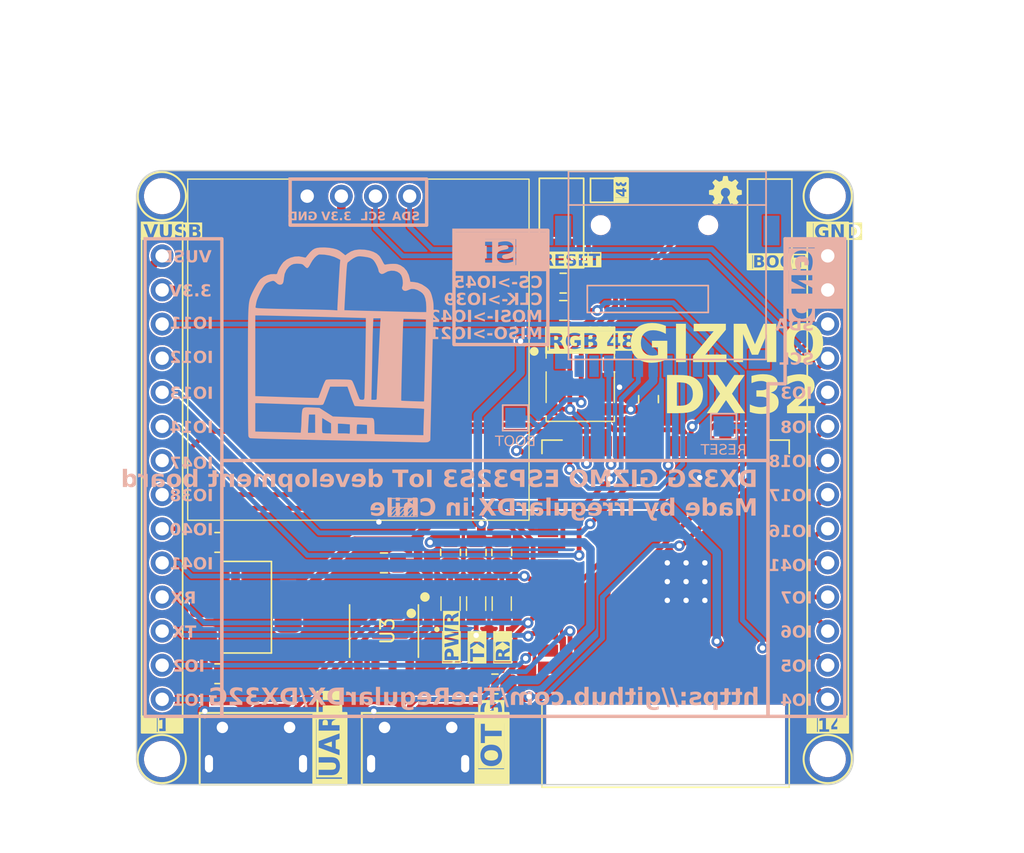
<source format=kicad_pcb>
(kicad_pcb (version 20240108) (generator "pcbnew") (generator_version "8.0")
  (layers (0 "F.Cu" signal) (31 "B.Cu" signal) (34 "B.Paste" user) (35 "F.Paste" user) (36 "B.SilkS" user "B.Silkscreen") (37 "F.SilkS" user "F.Silkscreen") (38 "B.Mask" user) (39 "F.Mask" user) (44 "Edge.Cuts" user))
  (net 0 "")
  (net 1 "GND")
  (net 2 "/RESET")
  (net 3 "+5V")
  (net 4 "+3.3V")
  (net 5 "/RGB_LED")
  (net 6 "Net-(D1-A)")
  (net 7 "Net-(D2-A)")
  (net 8 "Net-(D3-A)")
  (net 9 "Net-(D2-K)")
  (net 10 "/IO_TX")
  (net 13 "/USB_D-")
  (net 14 "/USB_D+")
  (net 18 "/SD_CS")
  (net 19 "/SD_MISO_DO")
  (net 20 "/SD_MOSI_DI")
  (net 22 "/SD_CLK")
  (net 23 "/GPIO3")
  (net 24 "/GPIO5")
  (net 25 "/GPIO4")
  (net 26 "/GPIO18")
  (net 27 "/GPIO8")
  (net 28 "/GPIO6")
  (net 29 "/GPIO7")
  (net 30 "/GPIO17")
  (net 31 "/GPIO16")
  (net 32 "/GPIO15")
  (net 33 "/GPIO47")
  (net 34 "/GPIO14")
  (net 35 "/GPIO11")
  (net 36 "/GPIO38")
  (net 37 "/GPIO12")
  (net 38 "/GPIO13")
  (net 39 "/GPIO1")
  (net 40 "/IO_RX")
  (net 41 "/GPIO2")
  (net 42 "/GPIO41")
  (net 43 "/GPIO40")
  (net 44 "/BOOT")
  (net 45 "/GPIO10_SDA")
  (net 46 "/GPIO9_SCL")
  (net 47 "Net-(J7-D-)")
  (net 49 "Net-(J7-D+)")
  (footprint "Capacitor_SMD:C_0805_2012Metric_Pad1.18x1.45mm_HandSolder" (layer "F.Cu") (at 92.71 112.014 180)
    (property "Reference" "C1" (hide yes))
    (property "Value" "1uF" (hide yes))
  )
  (footprint "TestPoint:TestPoint_Pad_1.5x1.5mm" (layer "F.Cu") (at 95.631 103.0732)
    (property "Reference" "TP3" (hide yes))
    (property "Value" "IO_48" (hide yes))
  )
  (footprint "MountingHole:MountingHole_2.2mm_M2_DIN965" (layer "F.Cu") (at 62.865 145.415)
    (property "Reference" "hole4" (hide yes))
    (property "Value" "MountingHole_2.2mm_M2_DIN965" (hide yes))
  )
  (footprint "Package_SO:SOP-8_3.9x4.9mm_P1.27mm" (layer "F.Cu") (at 79.375 135.89 -90)
    (property "Reference" "U3")
    (property "Value" "CH340N" (hide yes))
  )
  (footprint "MountingHole:MountingHole_2.2mm_M2_DIN965" (layer "F.Cu") (at 112.395 103.505)
    (property "Reference" "hole2" (hide yes))
    (property "Value" "MountingHole_2.2mm_M2_DIN965" (hide yes))
  )
  (footprint "Connector_USB:USB_Micro-B_Molex-105017-0001" (layer "F.Cu") (at 69.85 144.526)
    (property "Reference" "J7" (hide yes))
    (property "Value" "USB_B_Micro" (hide yes))
  )
  (footprint "LED_SMD:LED_0805_2012Metric_Pad1.15x1.40mm_HandSolder" (layer "F.Cu") (at 84.328 133.842 90)
    (property "Reference" "D1" (hide yes))
    (property "Value" "LED" (hide yes))
  )
  (footprint "MountingHole:MountingHole_2.2mm_M2_DIN965" (layer "F.Cu") (at 112.395 145.415)
    (property "Reference" "HOLE" (hide yes))
    (property "Value" "MountingHole_2.2mm_M2_DIN965" (hide yes))
  )
  (footprint "RF_Module:ESP32-S3-WROOM-1" (layer "F.Cu") (at 100.33 134.62 180)
    (property "Reference" "U1" (hide yes))
    (property "Value" "ESP32-S3-WROOM-1" (hide yes))
  )
  (footprint "Resistor_SMD:R_0805_2012Metric_Pad1.20x1.40mm_HandSolder" (layer "F.Cu") (at 88.138 130.032 90)
    (property "Reference" "R2" (hide yes))
    (property "Value" "1k" (hide yes))
  )
  (footprint "LED_SMD:LED_0805_2012Metric_Pad1.15x1.40mm_HandSolder" (layer "F.Cu") (at 86.233 133.842 90)
    (property "Reference" "D3" (hide yes))
    (property "Value" "LED" (hide yes))
  )
  (footprint "Capacitor_SMD:C_0805_2012Metric_Pad1.18x1.45mm_HandSolder" (layer "F.Cu") (at 99.06 118.618 -90)
    (property "Reference" "C4" (hide yes))
    (property "Value" "10uF" (hide yes))
  )
  (footprint "Capacitor_SMD:C_0805_2012Metric_Pad1.18x1.45mm_HandSolder" (layer "F.Cu") (at 79.375 130.81)
    (property "Reference" "C5" (hide yes))
    (property "Value" "10uF" (hide yes))
  )
  (footprint "Resistor_SMD:R_0805_2012Metric_Pad1.20x1.40mm_HandSolder" (layer "F.Cu") (at 92.71 109.982)
    (property "Reference" "R1" (hide yes))
    (property "Value" "10k" (hide yes))
  )
  (footprint "LOGO" (layer "F.Cu") (at 104.775 103.124)
    (property "Reference" "OSH" (hide yes))
    (property "Value" "LOGO" (hide yes))
  )
  (footprint "Button_Switch_SMD:SW_Push_SPST_NO_Alps_SKRK" (layer "F.Cu") (at 92.583 104.97 90)
    (property "Reference" "SW1" (hide yes))
    (property "Value" "reset" (hide yes))
  )
  (footprint "Connector_USB:USB_Micro-B_Molex-105017-0001" (layer "F.Cu") (at 81.915 144.526)
    (property "Reference" "J1" (hide yes))
    (property "Value" "USB_B_Micro" (hide yes))
  )
  (footprint "Custom_Symbols:SSD1306_OLED" (layer "F.Cu") (at 77.47 108.585)
    (property "Reference" "U4" (hide yes))
    (property "Value" "~" (hide yes))
  )
  (footprint "Button_Switch_SMD:SW_Push_SPST_NO_Alps_SKRK" (layer "F.Cu") (at 108.077 105.029 -90)
    (property "Reference" "SW2" (hide yes))
    (property "Value" "boot" (hide yes))
  )
  (footprint "LED_SMD:LED_0805_2012Metric_Pad1.15x1.40mm_HandSolder" (layer "F.Cu") (at 88.138 133.842 90)
    (property "Reference" "D2" (hide yes))
    (property "Value" "LED" (hide yes))
  )
  (footprint "Resistor_SMD:R_0805_2012Metric_Pad1.20x1.40mm_HandSolder" (layer "F.Cu") (at 86.233 130.032 90)
    (property "Reference" "R3" (hide yes))
    (property "Value" "1k" (hide yes))
  )
  (footprint "Package_TO_SOT_SMD:SOT-223-3_TabPin2" (layer "F.Cu") (at 69.088 134.112)
    (property "Reference" "U2" (hide yes))
    (property "Value" "AMS1117-3.3" (hide yes))
  )
  (footprint "Connector_PinHeader_2.54mm:PinHeader_1x14_P2.54mm_Vertical" (layer "F.Cu") (at 112.395 140.97 180)
    (property "Reference" "J3" (hide yes))
    (property "Value" "RIGHT" (hide yes))
  )
  (footprint "MountingHole:MountingHole_2.2mm_M2_DIN965" (layer "F.Cu") (at 62.865 103.505)
    (property "Reference" "hole3" (hide yes))
    (property "Value" "MountingHole_2.2mm_M2_DIN965" (hide yes))
  )
  (footprint "Resistor_SMD:R_0805_2012Metric_Pad1.20x1.40mm_HandSolder" (layer "F.Cu") (at 87.63 139.827 180)
    (property "Reference" "R4" (hide yes))
    (property "Value" "1k" (hide yes))
  )
  (footprint "Connector_PinHeader_2.54mm:PinHeader_1x14_P2.54mm_Vertical" (layer "F.Cu") (at 62.865 107.95)
    (property "Reference" "J4" (hide yes))
    (property "Value" "LEFT" (hide yes))
  )
  (footprint "LED_SMD:LED_WS2812B_PLCC4_5.0x5.0mm_P3.2mm" (layer "F.Cu") (at 93.98 117.73 180)
    (property "Reference" "D4" (hide yes))
    (property "Value" "WS2812B" (hide yes))
  )
  (footprint "Capacitor_SMD:C_0805_2012Metric_Pad1.18x1.45mm_HandSolder" (layer "F.Cu") (at 67.056 139.065)
    (property "Reference" "C2" (hide yes))
    (property "Value" "10uF")
  )
  (footprint "Resistor_SMD:R_0805_2012Metric_Pad1.20x1.40mm_HandSolder" (layer "F.Cu") (at 84.328 130.032 90)
    (property "Reference" "R5" (hide yes))
    (property "Value" "1k" (hide yes))
  )
  (footprint "Capacitor_SMD:C_0805_2012Metric_Pad1.18x1.45mm_HandSolder" (layer "F.Cu") (at 67.056 129.286 180)
    (property "Reference" "C3" (hide yes))
    (property "Value" "10uF" (hide yes))
  )
  (footprint "TestPoint:TestPoint_Pad_1.5x1.5mm" (layer "B.Cu") (at 104.648 120.65 180)
    (property "Reference" "RESET")
    (property "Value" "RESET")
  )
  (footprint "112J-TDAR-R01:112J-TDAR-R01" (layer "B.Cu") (at 95.504 105.664)
    (property "Reference" "J2" (hide yes))
    (property "Value" "MicroSD Card" (hide yes))
  )
  (footprint "TestPoint:TestPoint_Pad_1.5x1.5mm" (layer "B.Cu") (at 89.154 120.015 180)
    (property "Reference" "BOOT")
    (property "Value" "BOOT")
  )
  (footprint "LOGO" (layer "B.Cu") (at 75.565 115.57 180)
    (property "Reference" "logo" (hide yes))
    (property "Value" "LOGO" (hide yes))
  )
  (footprint "LOGO" (layer "B.Cu") (at 80.772 126.746 180)
    (property "Reference" "Flag" (hide yes))
    (property "Value" "LOGO" (hide yes))
  )
  (gr_rect (start 61.595 106.68) (end 67.31 142.24) (stroke (width 0.254)) (fill none) (layer "B.SilkS"))
  (gr_line (start 113.665 142.24) (end 107.95 142.24) (stroke (width 0.254)) (layer "B.SilkS"))
  (gr_rect (start 84.582 106.045) (end 91.567 114.554) (stroke (width 0.254)) (fill none) (layer "B.SilkS"))
  (gr_line (start 107.95 142.24) (end 107.95 117.475) (stroke (width 0.254)) (layer "B.SilkS"))
  (gr_line (start 109.22 117.475) (end 109.22 106.68) (stroke (width 0.254)) (layer "B.SilkS"))
  (gr_line (start 109.22 106.68) (end 113.665 106.68) (stroke (width 0.254)) (layer "B.SilkS"))
  (gr_line (start 91.44 108.966) (end 84.582 108.966) (stroke (width 0.254)) (layer "B.SilkS"))
  (gr_rect (start 67.31 123.19) (end 107.95 142.24) (stroke (width 0.254)) (fill none) (layer "B.SilkS"))
  (gr_line (start 107.95 117.475) (end 109.22 117.475) (stroke (width 0.254)) (layer "B.SilkS"))
  (gr_line (start 113.665 106.68) (end 113.665 142.24) (stroke (width 0.254)) (layer "B.SilkS"))
  (gr_rect (start 72.39 102.235) (end 82.55 105.664) (stroke (width 0.254)) (fill none) (layer "B.SilkS"))
  (gr_line (start 113.6015 111.76) (end 109.22 111.76) (stroke (width 0.254)) (layer "B.SilkS"))
  (gr_rect (start 61.341 105.4608) (end 64.389 106.68) (stroke (width 0.127)) (fill none) (layer "F.SilkS"))
  (gr_line (start 96.52 115.19) (end 96.52 113.284) (stroke (width 0.15)) (layer "F.SilkS"))
  (gr_circle (center 112.395 145.415) (end 114.191051 145.415) (stroke (width 0.15)) (fill none) (layer "F.SilkS"))
  (gr_rect (start 61.341 142.24) (end 64.389 143.4592) (stroke (width 0.127)) (fill none) (layer "F.SilkS"))
  (gr_rect (start 90.932 107.696) (end 94.234 108.839) (stroke (width 0.127)) (fill none) (layer "F.SilkS"))
  (gr_rect (start 77.724 141.986) (end 88.646 147.32) (stroke (width 0.15)) (fill none) (layer "F.SilkS"))
  (gr_rect (start 110.871 142.24) (end 113.919 143.4592) (stroke (width 0.127)) (fill none) (layer "F.SilkS"))
  (gr_circle (center 83.312 135.763) (end 83.439 135.763) (stroke (width 0.15)) (fill solid) (layer "F.SilkS"))
  (gr_circle (center 62.8396 145.415) (end 64.635651 145.415) (stroke (width 0.15)) (fill none) (layer "F.SilkS"))
  (gr_rect (start 106.426 107.823) (end 109.728 108.966) (stroke (width 0.127)) (fill none) (layer "F.SilkS"))
  (gr_circle (center 112.395 103.505) (end 113.665 104.775) (stroke (width 0.15)) (fill none) (layer "F.SilkS"))
  (gr_line (start 91.44 113.284) (end 91.44 115.19) (stroke (width 0.15)) (layer "F.SilkS"))
  (gr_circle (center 90.551 115.062) (end 90.805 115.062) (stroke (width 0.15)) (fill solid) (layer "F.SilkS"))
  (gr_circle (center 62.846949 103.505) (end 64.643 103.505) (stroke (width 0.15)) (fill none) (layer "F.SilkS"))
  (gr_rect (start 96.52 102.1842) (end 97.536 103.9622) (stroke (width 0.127)) (fill none) (layer "F.SilkS"))
  (gr_rect (start 110.871 105.4608) (end 113.919 106.68) (stroke (width 0.127)) (fill none) (layer "F.SilkS"))
  (gr_line (start 96.52 113.284) (end 91.44 113.284) (stroke (width 0.15)) (layer "F.SilkS"))
  (gr_rect (start 65.659 141.986) (end 76.581 147.32) (stroke (width 0.15)) (fill none) (layer "F.SilkS"))
  (gr_arc (start 62.865 147.32) (mid 61.517962 146.762038) (end 60.96 145.415) (stroke (width 0.1)) (layer "Edge.Cuts"))
  (gr_line (start 114.3 145.415) (end 114.3 103.505) (stroke (width 0.1)) (layer "Edge.Cuts"))
  (gr_line (start 112.395 101.6) (end 62.865 101.6) (stroke (width 0.1)) (layer "Edge.Cuts"))
  (gr_line (start 62.865 147.32) (end 112.395 147.32) (stroke (width 0.1)) (layer "Edge.Cuts"))
  (gr_arc (start 60.96 103.505) (mid 61.517962 102.157962) (end 62.865 101.6) (stroke (width 0.1)) (layer "Edge.Cuts"))
  (gr_arc (start 114.3 145.415) (mid 113.742038 146.762038) (end 112.395 147.32) (stroke (width 0.1)) (layer "Edge.Cuts"))
  (gr_line (start 60.96 145.415) (end 60.96 103.505) (stroke (width 0.1)) (layer "Edge.Cuts"))
  (gr_arc (start 112.395 101.6) (mid 113.742038 102.157962) (end 114.3 103.505) (stroke (width 0.1)) (layer "Edge.Cuts"))
  (gr_text "IO11" (at 66.675 113.538 0) (layer "B.SilkS") (effects (font (size 0.889 0.889) (thickness 0.1016) (bold yes)) (justify left bottom mirror)))
  (gr_text "IO12" (at 66.675 116.078 0) (layer "B.SilkS") (effects (font (size 0.889 0.889) (thickness 0.1016) (bold yes)) (justify left bottom mirror)))
  (gr_text "IO16\n" (at 111.252 129.032 0) (layer "B.SilkS") (effects (font (size 0.889 0.889) (thickness 0.1016) (bold yes)) (justify left bottom mirror)))
  (gr_text "https://github.com/TheRegularDX/DX32G" (at 107.315 141.605 0) (layer "B.SilkS") (effects (font (size 1.27 1.27) (thickness 0.254) (bold yes)) (justify left bottom mirror)))
  (gr_text "IO5\n" (at 111.252 139.065 0) (layer "B.SilkS") (effects (font (size 0.889 0.889) (thickness 0.1016) (bold yes)) (justify left bottom mirror)))
  (gr_text "CS->IO45" (at 91.186 110.49 0) (layer "B.SilkS") (effects (font (size 0.889 0.889) (thickness 0.1016) (bold yes)) (justify left bottom mirror)))
  (gr_text "SDA" (at 82.042 105.41 0) (layer "B.SilkS") (effects (font (size 0.635 0.635) (thickness 0.1016) (bold yes)) (justify left bottom mirror)))
  (gr_text "IO41" (at 66.675 131.445 0) (layer "B.SilkS") (effects (font (size 0.889 0.889) (thickness 0.1016) (bold yes)) (justify left bottom mirror)))
  (gr_text "IO4" (at 111.252 141.605 0) (layer "B.SilkS") (effects (font (size 0.889 0.889) (thickness 0.1016) (bold yes)) (justify left bottom mirror)))
  (gr_text "IO40" (at 66.675 128.905 0) (layer "B.SilkS") (effects (font (size 0.889 0.889) (thickness 0.1016) (bold yes)) (justify left bottom mirror)))
  (gr_text "DX32G GIZMO ESP32S3 IoT development board\nMade by IrregularDX in Chile " (at 107.188 127.508 0) (layer "B.SilkS") (effects (font (size 1.27 1.27) (thickness 0.254) (bold yes)) (justify left bottom mirror)))
  (gr_text "GND" (at 111.506 107.442 90) (layer "B.SilkS" knockout) (effects (font (size 1.524 1.524) (thickness 0.1016) (bold yes)) (justify left bottom mirror)))
  (gr_text "IO1" (at 66.04 141.605 0) (layer "B.SilkS") (effects (font (size 0.889 0.889) (thickness 0.1016) (bold yes)) (justify left bottom mirror)))
  (gr_text "SDA" (at 111.379 113.665 0) (layer "B.SilkS") (effects (font (size 0.889 0.889) (thickness 0.1016) (bold yes)) (justify left bottom mirror)))
  (gr_text "IO41" (at 111.252 131.572 0) (layer "B.SilkS") (effects (font (size 0.889 0.889) (thickness 0.1016) (bold yes)) (justify left bottom mirror)))
  (gr_text "IO47" (at 66.675 123.952 0) (layer "B.SilkS") (effects (font (size 0.889 0.889) (thickness 0.1016) (bold yes)) (justify left bottom mirror)))
  (gr_text "SD" (at 89.154 108.712 0) (layer "B.SilkS" knockout) (effects (font (size 1.524 1.524) (thickness 0.1016) (bold yes)) (justify left bottom mirror)))
  (gr_text "VUSB" (at 66.548 108.585 0) (layer "B.SilkS") (effects (font (size 0.889 0.889) (thickness 0.1016) (bold yes)) (justify left bottom mirror)))
  (gr_text "SCL" (at 111.379 116.205 0) (layer "B.SilkS") (effects (font (size 0.889 0.889) (thickness 0.1016) (bold yes)) (justify left bottom mirror)))
  (gr_text "IO8" (at 111.252 121.285 0) (layer "B.SilkS") (effects (font (size 0.889 0.889) (thickness 0.1016) (bold yes)) (justify left bottom mirror)))
  (gr_text "3.3V\n" (at 66.548 111.125 0) (layer "B.SilkS") (effects (font (size 0.889 0.889) (thickness 0.1016) (bold yes)) (justify left bottom mirror)))
  (gr_text "GND\n" (at 74.422 105.41 0) (layer "B.SilkS") (effects (font (size 0.635 0.635) (thickness 0.1016) (bold yes)) (justify left bottom mirror)))
  (gr_text "IO14" (at 66.675 121.285 0) (layer "B.SilkS") (effects (font (size 0.889 0.889) (thickness 0.1016) (bold yes)) (justify left bottom mirror)))
  (gr_text "IO38" (at 66.675 126.365 0) (layer "B.SilkS") (effects (font (size 0.889 0.889) (thickness 0.1016) (bold yes)) (justify left bottom mirror)))
  (gr_text "RX" (at 65.405 133.985 0) (layer "B.SilkS") (effects (font (size 0.889 0.889) (thickness 0.1016) (bold yes)) (justify left bottom mirror)))
  (gr_text "IO18" (at 111.252 123.825 0) (layer "B.SilkS") (effects (font (size 0.889 0.889) (thickness 0.1016) (bold yes)) (justify left bottom mirror)))
  (gr_text "CLK->IO39" (at 91.186 111.76 0) (layer "B.SilkS") (effects (font (size 0.889 0.889) (thickness 0.1016) (bold yes)) (justify left bottom mirror)))
  (gr_text "MOSI->IO42" (at 91.186 113.03 0) (layer "B.SilkS") (effects (font (size 0.889 0.889) (thickness 0.1016) (bold yes)) (justify left bottom mirror)))
  (gr_text "IO3" (at 111.252 118.745 0) (layer "B.SilkS") (effects (font (size 0.889 0.889) (thickness 0.1016) (bold yes)) (justify left bottom mirror)))
  (gr_text "SCL" (at 79.502 105.41 0) (layer "B.SilkS") (effects (font (size 0.635 0.635) (thickness 0.1016) (bold yes)) (justify left bottom mirror)))
  (gr_text "MISO->IO21" (at 91.186 114.3 0) (layer "B.SilkS") (effects (font (size 0.889 0.889) (thickness 0.1016) (bold yes)) (justify left bottom mirror)))
  (gr_text "IO13" (at 66.675 118.745 0) (layer "B.SilkS") (effects (font (size 0.889 0.889) (thickness 0.1016) (bold yes)) (justify left bottom mirror)))
  (gr_text "IO7" (at 111.252 133.985 0) (layer "B.SilkS") (effects (font (size 0.889 0.889) (thickness 0.1016) (bold yes)) (justify left bottom mirror)))
  (gr_text "IO17" (at 111.252 126.365 0) (layer "B.SilkS") (effects (font (size 0.889 0.889) (thickness 0.1016) (bold yes)) (justify left bottom mirror)))
  (gr_text "IO2" (at 66.04 139.065 0) (layer "B.SilkS") (effects (font (size 0.889 0.889) (thickness 0.1016) (bold yes)) (justify left bottom mirror)))
  (gr_text "IO6\n" (at 111.252 136.525 0) (layer "B.SilkS") (effects (font (size 0.889 0.889) (thickness 0.1016) (bold yes)) (justify left bottom mirror)))
  (gr_text "3.3V\n" (at 76.962 105.41 0) (layer "B.SilkS") (effects (font (size 0.635 0.635) (thickness 0.1016) (bold yes)) (justify left bottom mirror)))
  (gr_text "TX" (at 65.405 136.525 0) (layer "B.SilkS") (effects (font (size 0.889 0.889) (thickness 0.1016) (bold yes)) (justify left bottom mirror)))
  (gr_text "GIZMO" (at 97.536 116.332 0) (layer "F.SilkS") (effects (font (size 2.794 2.794) (thickness 0.2) (bold yes) (italic yes)) (justify left bottom)))
  (gr_text "RX" (at 88.9 138.176 90) (layer "F.SilkS" knockout) (effects (font (size 1.016 1.016) (thickness 0.2) (bold yes)) (justify left bottom)))
  (gr_text "TX" (at 86.995 138.176 90) (layer "F.SilkS" knockout) (effects (font (size 1.016 1.016) (thickness 0.2) (bold yes)) (justify left bottom)))
  (gr_text "PWR\n" (at 85.09 138.176 90) (layer "F.SilkS" knockout) (effects (font (size 1.016 1.016) (thickness 0.2) (bold yes)) (justify left bottom)))
  (gr_text "1" (at 62.484 143.51 0) (layer "F.SilkS" knockout) (effects (font (size 1.016 1.016) (thickness 0.2) (bold yes)) (justify left bottom)))
  (gr_text "OTG" (at 88.392 146.05 90) (layer "F.SilkS" knockout) (effects (font (size 1.524 1.524) (thickness 0.2) (bold yes)) (justify left bottom)))
  (gr_text "RESET" (at 91.059 108.839 0) (layer "F.SilkS" knockout) (effects (font (size 0.889 0.889) (thickness 0.2) (bold yes)) (justify left bottom)))
  (gr_text "UART\n" (at 76.327 146.812 90) (layer "F.SilkS" knockout) (effects (font (size 1.524 1.524) (thickness 0.2) (bold yes)) (justify left bottom)))
  (gr_text "GND" (at 111.379 106.807 0) (layer "F.SilkS" knockout) (effects (font (size 1.016 1.016) (thickness 0.2) (bold yes)) (justify left bottom)))
  (gr_text "RGB 48" (at 91.5924 115.062 0) (layer "F.SilkS" knockout) (effects (font (size 1.143 1.143) (thickness 0.2) (bold yes)) (justify left bottom)))
  (gr_text "VUSB\n" (at 61.468 106.807 0) (layer "F.SilkS" knockout) (effects (font (size 1.016 1.016) (thickness 0.2) (bold yes)) (justify left bottom)))
  (gr_text "48" (at 97.536 103.5812 90) (layer "F.SilkS" knockout) (effects (font (size 0.762 0.762) (thickness 0.1524) (bold yes)) (justify left bottom)))
  (gr_text "BOOT\n" (at 106.807 108.966 0) (layer "F.SilkS" knockout) (effects (font (size 0.889 0.889) (thickness 0.2) (bold yes)) (justify left bottom)))
  (gr_text "DX32" (at 100.076 120.142 0) (layer "F.SilkS") (effects (font (size 2.794 2.794) (thickness 0.2) (bold yes) (italic yes)) (justify left bottom)))
  (gr_text "14" (at 111.6076 143.5608 0) (layer "F.SilkS" knockout) (effects (font (size 1.016 1.016) (thickness 0.2) (bold yes)) (justify left bottom)))
  (via (at 101.854 133.604) (size 0.8) (drill 0.4) (layers "F.Cu" "B.Cu") (net 1))
  (via (at 103.251 130.81) (size 0.8) (drill 0.4) (layers "F.Cu" "B.Cu") (net 1))
  (via (at 102.87 124.46) (size 0.8) (drill 0.4) (layers "F.Cu" "B.Cu") (net 1))
  (via (at 103.251 132.207) (size 0.8) (drill 0.4) (layers "F.Cu" "B.Cu") (net 1))
  (via (at 100.457 132.207) (size 0.8) (drill 0.4) (layers "F.Cu" "B.Cu") (net 1))
  (via (at 100.457 133.604) (size 0.8) (drill 0.4) (layers "F.Cu" "B.Cu") (net 1))
  (via (at 103.251 133.604) (size 0.8) (drill 0.4) (layers "F.Cu" "B.Cu") (net 1))
  (via (at 101.854 132.207) (size 0.8) (drill 0.4) (layers "F.Cu" "B.Cu") (net 1))
  (via (at 96.901 117.729) (size 0.8) (drill 0.4) (layers "F.Cu" "B.Cu") (net 1))
  (via (at 78.994 127.762) (size 0.8) (drill 0.4) (layers "F.Cu" "B.Cu") (net 1))
  (via (at 100.457 130.81) (size 0.8) (drill 0.4) (layers "F.Cu" "B.Cu") (net 1))
  (via (at 101.854 130.81) (size 0.8) (drill 0.4) (layers "F.Cu" "B.Cu") (net 1))
  (segment (start 109.08 137.34) (end 107.9744 137.34) (width 0.3556) (layer "F.Cu") (net 2))
  (segment (start 93.71 109.22) (end 93.71 108.197) (width 0.3556) (layer "F.Cu") (net 2))
  (segment (start 95.25 112.014) (end 93.7475 112.014) (width 0.3556) (layer "F.Cu") (net 2))
  (segment (start 93.7475 111.252) (end 93.7475 109.2575) (width 0.3556) (layer "F.Cu") (net 2))
  (segment (start 93.71 108.197) (end 92.583 107.07) (width 0.3556) (layer "F.Cu") (net 2))
  (segment (start 93.7475 109.2575) (end 93.71 109.22) (width 0.3556) (layer "F.Cu") (net 2))
  (segment (start 107.5408 137.155) (end 107.7894 137.155) (width 0.3556) (layer "F.Cu") (net 2))
  (segment (start 107.7894 137.155) (end 107.9744 137.34) (width 0.3556) (layer "F.Cu") (net 2))
  (via (at 95.25 112.014) (size 0.8) (drill 0.4) (layers "F.Cu" "B.Cu") (net 2))
  (via (at 107.5408 137.155) (size 0.8) (drill 0.4) (layers "F.Cu" "B.Cu") (net 2))
  (segment (start 106.045 135.0906) (end 107.5408 136.5864) (width 0.3556) (layer "B.Cu") (net 2))
  (segment (start 106.045 120.65) (end 106.045 126.492) (width 0.3556) (layer "B.Cu") (net 2))
  (segment (start 106.045 126.492) (end 106.045 132.08) (width 0.3556) (layer "B.Cu") (net 2))
  (segment (start 100.9029 111.4439) (end 106.045 116.586) (width 0.3556) (layer "B.Cu") (net 2))
  (segment (start 106.045 116.586) (end 106.045 120.65) (width 0.3556) (layer "B.Cu") (net 2))
  (segment (start 95.25 112.014) (end 95.8201 111.4439) (width 0.3556) (layer "B.Cu") (net 2))
  (segment (start 106.045 135.0906) (end 106.045 132.08) (width 0.3556) (layer "B.Cu") (net 2))
  (segment (start 95.8201 111.4439) (end 100.9029 111.4439) (width 0.3556) (layer "B.Cu") (net 2))
  (segment (start 104.648 120.65) (end 106.045 120.65) (width 0.3556) (layer "B.Cu") (net 2))
  (segment (start 107.5408 136.5864) (end 107.5408 137.155) (width 0.3556) (layer "B.Cu") (net 2))
  (segment (start 64.389 141.859) (end 63.373 142.875) (width 0.635) (layer "F.Cu") (net 3))
  (segment (start 83.058 129.032) (end 82.804 129.286) (width 0.635) (layer "F.Cu") (net 3))
  (segment (start 68.55 142.24) (end 68.169 141.859) (width 0.635) (layer "F.Cu") (net 3))
  (segment (start 66.04 141.859) (end 66.04 139.0865) (width 0.635) (layer "F.Cu") (net 3))
  (segment (start 65.938 136.412) (end 65.938 138.9845) (width 0.635) (layer "F.Cu") (net 3))
  (segment (start 66.04 141.859) (end 64.389 141.859) (width 0.635) (layer "F.Cu") (net 3))
  (segment (start 62.23 142.875) (end 61.468 142.113) (width 0.635) (layer "F.Cu") (net 3))
  (segment (start 84.328 129.032) (end 83.058 129.032) (width 0.635) (layer "F.Cu") (net 3))
  (segment (start 61.468 109.347) (end 62.865 107.95) (width 0.635) (layer "F.Cu") (net 3))
  (segment (start 61.468 142.113) (end 61.468 109.347) (width 0.635) (layer "F.Cu") (net 3))
  (segment (start 68.169 141.859) (end 66.04 141.859) (width 0.635) (layer "F.Cu") (net 3))
  (segment (start 63.373 142.875) (end 62.23 142.875) (width 0.635) (layer "F.Cu") (net 3))
  (segment (start 80.01 141.859) (end 78.613 141.859) (width 0.635) (layer "F.Cu") (net 3))
  (segment (start 80.615 142.464) (end 80.01 141.859) (width 0.635) (layer "F.Cu") (net 3))
  (via (at 66.04 141.859) (size 0.8) (drill 0.4) (layers "F.Cu" "B.Cu") (net 3))
  (via (at 78.613 141.859) (size 0.8) (drill 0.4) (layers "F.Cu" "B.Cu") (net 3))
  (via (at 82.804 129.286) (size 0.8) (drill 0.4) (layers "F.Cu" "B.Cu") (net 3))
  (segment (start 88.929166 139.5349) (end 90.767404 139.5349) (width 0.635) (layer "B.Cu") (net 3))
  (segment (start 90.767404 139.5349) (end 94.7371 135.565204) (width 0.635) (layer "B.Cu") (net 3))
  (segment (start 94.234 129.286) (end 82.804 129.286) (width 0.635) (layer "B.Cu") (net 3))
  (segment (start 78.613 141.859) (end 66.04 141.859) (width 0.635) (layer "B.Cu") (net 3))
  (segment (start 94.7371 129.7891) (end 94.234 129.286) (width 0.635) (layer "B.Cu") (net 3))
  (segment (start 94.7371 135.565204) (end 94.7371 129.7891) (width 0.635) (layer "B.Cu") (net 3))
  (segment (start 78.613 141.859) (end 86.605066 141.859) (width 0.635) (layer "B.Cu") (net 3))
  (segment (start 86.605066 141.859) (end 88.929166 139.5349) (width 0.635) (layer "B.Cu") (net 3))
  (segment (start 68.326 129.5185) (end 68.326 134.0905) (width 0.635) (layer "F.Cu") (net 4))
  (segment (start 77.191 129.159) (end 72.238 134.112) (width 0.635) (layer "F.Cu") (net 4))
  (segment (start 82.677 135.509) (end 81.28 136.906) (width 0.635) (layer "F.Cu") (net 4))
  (segment (start 81.915 130.81) (end 80.4125 130.81) (width 0.635) (layer "F.Cu") (net 4))
  (segment (start 76.2 109.22) (end 74.93 110.49) (width 0.635) (layer "F.Cu") (net 4))
  (segment (start 89.408 109.982) (end 88.646 109.22) (width 0.635) (layer "F.Cu") (net 4))
  (segment (start 69.893 134.112) (end 72.238 134.112) (width 0.635) (layer "F.Cu") (net 4))
  (segment (start 86.741 129.032) (end 88.646 129.032) (width 0.3556) (layer "F.Cu") (net 4))
  (segment (start 86.614 127.8744) (end 86.5565 127.8169) (width 0.635) (layer "F.Cu") (net 4))
  (segment (start 86.614 127.8744) (end 86.614 128.905) (width 0.635) (layer "F.Cu") (net 4))
  (segment (start 68.0935 129.286) (end 68.326 129.5185) (width 0.635) (layer "F.Cu") (net 4))
  (segment (start 97.7328 119.38) (end 96.43 119.38) (width 0.635) (layer "F.Cu") (net 4))
  (segment (start 106.098 138.61) (end 109.08 138.61) (width 0.635) (layer "F.Cu") (net 4))
  (segment (start 81.28 136.906) (end 78.396966 136.906) (width 0.635) (layer "F.Cu") (net 4))
  (segment (start 77.47 137.832966) (end 77.47 138.515) (width 0.635) (layer "F.Cu") (net 4))
  (segment (start 78.396966 136.906) (end 77.47 137.832966) (width 0.635) (layer "F.Cu") (net 4))
  (segment (start 97.7328 119.38) (end 98.7845 119.38) (width 0.635) (layer "F.Cu") (net 4))
  (segment (start 81.915 130.81) (end 82.677 131.572) (width 0.635) (layer "F.Cu") (net 4))
  (segment (start 88.646 109.22) (end 76.2 109.22) (width 0.635) (layer "F.Cu") (net 4))
  (segment (start 88.646 109.22) (end 85.344 109.22) (width 0.635) (layer "F.Cu") (net 4))
  (segment (start 89.535 110.109) (end 88.646 109.22) (width 0.635) (layer "F.Cu") (net 4))
  (segment (start 98.7845 119.38) (end 99.06 119.6555) (width 0.635) (layer "F.Cu") (net 4))
  (segment (start 74.93 110.49) (end 62.865 110.49) (width 0.635) (layer "F.Cu") (net 4))
  (segment (start 77.47 138.2954) (end 77.47 138.515) (width 0.3556) (layer "F.Cu") (net 4))
  (segment (start 76.2 109.22) (end 76.2 103.505) (width 0.635) (layer "F.Cu") (net 4))
  (segment (start 82.8761 127.8169) (end 81.915 128.778) (width 0.635) (layer "F.Cu") (net 4))
  (segment (start 86.614 128.905) (end 86.741 129.032) (width 0.635) (layer "F.Cu") (net 4))
  (segment (start 81.915 128.778) (end 81.915 130.81) (width 0.635) (layer "F.Cu") (net 4))
  (segment (start 86.5565 127.8169) (end 82.8761 127.8169) (width 0.635) (layer "F.Cu") (net 4))
  (segment (start 69.85 134.112) (end 65.938 134.112) (width 0.635) (layer "F.Cu") (net 4))
  (segment (start 91.71 109.982) (end 89.408 109.982) (width 0.635) (layer "F.Cu") (net 4))
  (segment (start 82.677 131.572) (end 82.677 135.509) (width 0.635) (layer "F.Cu") (net 4))
  (segment (start 104.14 136.652) (end 106.098 138.61) (width 0.635) (layer "F.Cu") (net 4))
  (segment (start 81.28 136.906) (end 81.28 138.515) (width 0.635) (layer "F.Cu") (net 4))
  (segment (start 89.535 114.3) (end 89.535 110.109) (width 0.635) (layer "F.Cu") (net 4))
  (segment (start 68.326 134.0905) (end 69.8715 134.0905) (width 0.635) (layer "F.Cu") (net 4))
  (segment (start 81.534 129.159) (end 77.191 129.159) (width 0.635) (layer "F.Cu") (net 4))
  (segment (start 82.8761 127.8169) (end 81.534 129.159) (width 0.635) (layer "F.Cu") (net 4))
  (via (at 97.7328 119.38) (size 0.8) (drill 0.4) (layers "F.Cu" "B.Cu") (net 4))
  (via (at 86.614 127.8744) (size 0.8) (drill 0.4) (layers "F.Cu" "B.Cu") (net 4))
  (via (at 89.535 114.3) (size 0.8) (drill 0.4) (layers "F.Cu" "B.Cu") (net 4))
  (via (at 104.14 136.652) (size 0.8) (drill 0.4) (layers "F.Cu" "B.Cu") (net 4))
  (segment (start 89.535 114.3) (end 98.479 114.3) (width 0.635) (layer "B.Cu") (net 4))
  (segment (start 104.14 130.048) (end 100.584 126.492) (width 0.635) (layer "B.Cu") (net 4))
  (segment (start 89.535 116.644) (end 86.36 119.819) (width 0.635) (layer "B.Cu") (net 4))
  (segment (start 99.404 117.258) (end 99.404 116.164) (width 0.635) (layer "B.Cu") (net 4))
  (segment (start 98.479 114.3) (end 99.404 115.225) (width 0.635) (layer "B.Cu") (net 4))
  (segment (start 97.7328 119.38) (end 97.7328 118.9292) (width 0.635) (layer "B.Cu") (net 4))
  (segment (start 104.14 136.652) (end 104.14 130.048) (width 0.635) (layer "B.Cu") (net 4))
  (segment (start 86.36 127.6204) (end 86.614 127.8744) (width 0.635) (layer "B.Cu") (net 4))
  (segment (start 86.36 119.819) (end 86.36 127.6204) (width 0.635) (layer "B.Cu") (net 4))
  (segment (start 99.404 115.225) (end 99.404 116.164) (width 0.635) (layer "B.Cu") (net 4))
  (segment (start 97.7328 118.9292) (end 99.404 117.258) (width 0.635) (layer "B.Cu") (net 4))
  (segment (start 100.584 126.492) (end 86.36 126.492) (width 0.635) (layer "B.Cu") (net 4))
  (segment (start 89.535 114.3) (end 89.535 116.644) (width 0.635) (layer "B.Cu") (net 4))
  (segment (start 95.504 103.632) (end 95.504 103.0732) (width 0.3556) (layer "F.Cu") (net 5))
  (segment (start 96.601 111.683) (end 96.601 110.536) (width 0.3556) (layer "F.Cu") (net 5))
  (segment (start 94.4465 123.4167) (end 94.615 123.2482) (width 0.3556) (layer "F.Cu") (net 5))
  (segment (start 91.53 119.38) (end 92.6356 119.38) (width 0.3556) (layer "F.Cu") (net 5))
  (segment (start 94.615 123.2482) (end 94.615 122.12) (width 0.3556) (layer "F.Cu") (net 5))
  (segment (start 92.6356 119.38) (end 92.6521 119.3635) (width 0.3556) (layer "F.Cu") (net 5))
  (segment (start 93.2023 115.0817) (end 96.601 111.683) (width 0.3556) (layer "F.Cu") (net 5))
  (segment (start 94.5762 108.5112) (end 94.5762 104.5598) (width 0.3556) (layer "F.Cu") (net 5))
  (segment (start 96.601 110.536) (end 94.5762 108.5112) (width 0.3556) (layer "F.Cu") (net 5))
  (segment (start 92.6521 119.3635) (end 93.2023 119.3635) (width 0.3556) (layer "F.Cu") (net 5))
  (segment (start 93.2023 119.3635) (end 93.2142 119.3754) (width 0.3556) (layer "F.Cu") (net 5))
  (segment (start 93.2023 119.3635) (end 93.2023 115.0817) (width 0.3556) (layer "F.Cu") (net 5))
  (segment (start 94.5762 104.5598) (end 95.504 103.632) (width 0.3556) (layer "F.Cu") (net 5))
  (via (at 93.2142 119.3754) (size 0.8) (drill 0.4) (layers "F.Cu" "B.Cu") (net 5))
  (via (at 94.4465 123.4167) (size 0.8) (drill 0.4) (layers "F.Cu" "B.Cu") (net 5))
  (segment (start 94.4465 120.6077) (end 94.4465 123.4167) (width 0.3556) (layer "B.Cu") (net 5))
  (segment (start 93.2142 119.3754) (end 94.4465 120.6077) (width 0.3556) (layer "B.Cu") (net 5))
  (segment (start 84.328 132.309) (end 84.836 132.817) (width 0.3556) (layer "F.Cu") (net 6))
  (segment (start 84.328 131.54) (end 84.328 132.309) (width 0.3556) (layer "F.Cu") (net 6))
  (segment (start 88.138 131.032) (end 88.138 132.817) (width 0.3556) (layer "F.Cu") (net 7))
  (segment (start 86.233 131.032) (end 86.233 132.817) (width 0.3556) (layer "F.Cu") (net 8))
  (segment (start 88.138 135.89) (end 83.82 140.208) (width 0.3556) (layer "F.Cu") (net 9))
  (segment (start 78.74 139.446) (end 78.74 138.515) (width 0.3556) (layer "F.Cu") (net 9))
  (segment (start 86.487 140.208) (end 79.502 140.208) (width 0.3556) (layer "F.Cu") (net 9))
  (segment (start 79.502 140.208) (end 78.74 139.446) (width 0.3556) (layer "F.Cu") (net 9))
  (segment (start 88.138 135.375) (end 88.138 135.89) (width 0.3556) (layer "F.Cu") (net 9))
  (segment (start 86.5543 140.1407) (end 86.487 140.208) (width 0.3556) (layer "F.Cu") (net 9))
  (segment (start 86.233 136.205) (end 86.233 134.867) (width 0.3556) (layer "F.Cu") (net 10))
  (segment (start 90.295838 136.07) (end 91.58 136.07) (width 0.3556) (layer "F.Cu") (net 10))
  (segment (start 83.3595 139.7254) (end 80.2894 139.7254) (width 0.3556) (layer "F.Cu") (net 10))
  (segment (start 90.101919 136.263919) (end 90.295838 136.07) (width 0.3556) (layer "F.Cu") (net 10))
  (segment (start 80.2894 139.7254) (end 80.01 139.446) (width 0.3556) (layer "F.Cu") (net 10))
  (segment (start 86.233 136.205) (end 86.233 136.8519) (width 0.3556) (layer "F.Cu") (net 10))
  (segment (start 86.233 136.8519) (end 83.3595 139.7254) (width 0.3556) (layer "F.Cu") (net 10))
  (segment (start 80.01 139.446) (end 80.01 138.515) (width 0.3556) (layer "F.Cu") (net 10))
  (via (at 86.233 136.205) (size 0.8) (drill 0.4) (layers "F.Cu" "B.Cu") (net 10))
  (via (at 90.101919 136.263919) (size 0.8) (drill 0.4) (layers "F.Cu" "B.Cu") (net 10))
  (segment (start 86.233 136.205) (end 64.3856 136.205) (width 0.3556) (layer "B.Cu") (net 10))
  (segment (start 86.233 136.205) (end 90.043 136.205) (width 0.3556) (layer "B.Cu") (net 10))
  (segment (start 64.3856 136.205) (end 64.0706 135.89) (width 0.3556) (layer "B.Cu") (net 10))
  (segment (start 64.0706 135.89) (end 62.865 135.89) (width 0.3556) (layer "B.Cu") (net 10))
  (segment (start 90.043 136.205) (end 90.101919 136.263919) (width 0.3556) (layer "B.Cu") (net 10))
  (segment (start 81.265 141.493) (end 81.265 143.0635) (width 0.3556) (layer "F.Cu") (net 13))
  (segment (start 89.9478 140.9954) (end 81.7626 140.9954) (width 0.3556) (layer "F.Cu") (net 13))
  (segment (start 81.7626 140.9954) (end 81.265 141.493) (width 0.3556) (layer "F.Cu") (net 13))
  (segment (start 101.346 129.54) (end 101.531 129.54) (width 0.3556) (layer "F.Cu") (net 13))
  (segment (start 106.431 124.64) (end 109.08 124.64) (width 0.3556) (layer "F.Cu") (net 13))
  (segment (start 101.531 129.54) (end 106.431 124.64) (width 0.3556) (layer "F.Cu") (net 13))
  (segment (start 90.17 140.7732) (end 89.9478 140.9954) (width 0.3556) (layer "F.Cu") (net 13))
  (via (at 90.17 140.7732) (size 0.8) (drill 0.4) (layers "F.Cu" "B.Cu") (net 13))
  (via (at 101.346 129.54) (size 0.8) (drill 0.4) (layers "F.Cu" "B.Cu") (net 13))
  (segment (start 91.2831 140.7732) (end 90.17 140.7732) (width 0.3556) (layer "B.Cu") (net 13))
  (segment (start 99.441 129.54) (end 95.631 133.35) (width 0.3556) (layer "B.Cu") (net 13))
  (segment (start 95.631 133.35) (end 95.631 136.4253) (width 0.3556) (layer "B.Cu") (net 13))
  (segment (start 101.346 129.54) (end 99.441 129.54) (width 0.3556) (layer "B.Cu") (net 13))
  (segment (start 95.631 136.4253) (end 91.2831 140.7732) (width 0.3556) (layer "B.Cu") (net 13))
  (segment (start 93.4345 140.716) (end 91.223938 140.716) (width 0.3556) (layer "F.Cu") (net 14))
  (segment (start 109.08 123.37) (end 106.2828 123.37) (width 0.3556) (layer "F.Cu") (net 14))
  (segment (start 106.2828 123.37) (end 96.5346 133.1182) (width 0.3556) (layer "F.Cu") (net 14))
  (segment (start 90.461938 141.478) (end 82.042 141.478) (width 0.3556) (layer "F.Cu") (net 14))
  (segment (start 81.915 141.605) (end 81.915 143.0635) (width 0.3556) (layer "F.Cu") (net 14))
  (segment (start 96.5346 133.1182) (end 96.5346 137.6159) (width 0.3556) (layer "F.Cu") (net 14))
  (segment (start 82.042 141.478) (end 81.915 141.605) (width 0.3556) (layer "F.Cu") (net 14))
  (segment (start 96.5346 137.6159) (end 93.4345 140.716) (width 0.3556) (layer "F.Cu") (net 14))
  (segment (start 91.223938 140.716) (end 90.461938 141.478) (width 0.3556) (layer "F.Cu") (net 14))
  (segment (start 93.1883 123.3823) (end 93.345 123.2256) (width 0.3556) (layer "F.Cu") (net 18))
  (segment (start 93.1883 123.8554) (end 93.1883 123.3823) (width 0.3556) (layer "F.Cu") (net 18))
  (segment (start 93.345 122.12) (end 93.345 123.2256) (width 0.3556) (layer "F.Cu") (net 18))
  (via (at 93.1883 123.8554) (size 0.8) (drill 0.4) (layers "F.Cu" "B.Cu") (net 18))
  (segment (start 101.604 123.466) (end 99.8038 125.2662) (width 0.3556) (layer "B.Cu") (net 18))
  (segment (start 94.5991 125.2662) (end 93.1883 123.8554) (width 0.3556) (layer "B.Cu") (net 18))
  (segment (start 101.604 116.164) (end 101.604 123.466) (width 0.3556) (layer "B.Cu") (net 18))
  (segment (start 99.8038 125.2662) (end 94.5991 125.2662) (width 0.3556) (layer "B.Cu") (net 18))
  (segment (start 96.266 123.4884) (end 97.155 122.5994) (width 0.3556) (layer "F.Cu") (net 19))
  (segment (start 97.155 122.5994) (end 97.155 122.12) (width 0.3556) (layer "F.Cu") (net 19))
  (via (at 96.266 123.4884) (size 0.8) (drill 0.4) (layers "F.Cu" "B.Cu") (net 19))
  (segment (start 96.266 123.4884) (end 96.104 123.3264) (width 0.3556) (layer "B.Cu") (net 19))
  (segment (start 96.104 123.3264) (end 96.104 116.164) (width 0.3556) (layer "B.Cu") (net 19))
  (segment (start 100.5236 123.539) (end 100.5236 125.692) (width 0.3556) (layer "F.Cu") (net 20))
  (segment (start 100.5236 125.692) (end 92.6856 133.53) (width 0.3556) (layer "F.Cu") (net 20))
  (segment (start 91.58 133.53) (end 92.6856 133.53) (width 0.3556) (layer "F.Cu") (net 20))
  (via (at 100.5236 123.539) (size 0.8) (drill 0.4) (layers "F.Cu" "B.Cu") (net 20))
  (segment (start 100.504 123.5194) (end 100.5236 123.539) (width 0.3556) (layer "B.Cu") (net 20))
  (segment (start 100.504 116.164) (end 100.504 123.5194) (width 0.3556) (layer "B.Cu") (net 20))
  (segment (start 92.6856 128.0695) (end 92.6856 129.72) (width 0.3556) (layer "F.Cu") (net 22))
  (segment (start 91.58 129.72) (end 92.6856 129.72) (width 0.3556) (layer "F.Cu") (net 22))
  (segment (start 96.1998 124.5553) (end 92.6856 128.0695) (width 0.3556) (layer "F.Cu") (net 22))
  (via (at 96.1998 124.5553) (size 0.8) (drill 0.4) (layers "F.Cu" "B.Cu") (net 22))
  (segment (start 98.304 117.3196) (end 97.6058 118.0178) (width 0.3556) (layer "B.Cu") (net 22))
  (segment (start 98.304 116.164) (end 98.304 117.3196) (width 0.3556) (layer "B.Cu") (net 22))
  (segment (start 97.6058 118.020938) (end 97.028 118.598738) (width 0.3556) (layer "B.Cu") (net 22))
  (segment (start 97.028 123.7271) (end 96.1998 124.5553) (width 0.3556) (layer "B.Cu") (net 22))
  (segment (start 97.6058 118.0178) (end 97.6058 118.020938) (width 0.3556) (layer "B.Cu") (net 22))
  (segment (start 97.028 118.598738) (end 97.028 123.7271) (width 0.3556) (layer "B.Cu") (net 22))
  (segment (start 108.8836 122.12) (end 112.395 118.6086) (width 0.3556) (layer "F.Cu") (net 23))
  (segment (start 107.315 122.12) (end 108.8836 122.12) (width 0.3556) (layer "F.Cu") (net 23))
  (segment (start 112.395 118.6086) (end 112.395 118.11) (width 0.3556) (layer "F.Cu") (net 23))
  (segment (start 112.395 138.43) (end 112.268 138.43) (width 0.3556) (layer "F.Cu") (net 24))
  (segment (start 112.268 138.43) (end 110.744 136.906) (width 0.3556) (layer "F.Cu") (net 24))
  (segment (start 110.744 136.906) (end 110.744 135.8913) (width 0.3556) (layer "F.Cu") (net 24))
  (segment (start 110.744 135.8913) (end 110.1856 135.3329) (width 0.3556) (layer "F.Cu") (net 24))
  (segment (start 110.1856 135.3329) (end 110.1856 134.8) (width 0.3556) (layer "F.Cu") (net 24))
  (segment (start 110.1856 134.8) (end 109.08 134.8) (width 0.3556) (layer "F.Cu") (net 24))
  (segment (start 112.395 140.97) (end 110.998 139.573) (width 0.3556) (layer "F.Cu") (net 25))
  (segment (start 110.998 139.573) (end 110.998 138.679) (width 0.3556) (layer "F.Cu") (net 25))
  (segment (start 110.1856 137.8666) (end 110.1856 136.07) (width 0.3556) (layer "F.Cu") (net 25))
  (segment (start 110.1856 136.07) (end 109.08 136.07) (width 0.3556) (layer "F.Cu") (net 25))
  (segment (start 110.998 138.679) (end 110.1856 137.8666) (width 0.3556) (layer "F.Cu") (net 25))
  (segment (start 109.802 127.18) (end 109.08 127.18) (width 0.3556) (layer "F.Cu") (net 26))
  (segment (start 112.268 123.19) (end 110.998 124.46) (width 0.3556) (layer "F.Cu") (net 26))
  (segment (start 112.395 123.19) (end 112.268 123.19) (width 0.3556) (layer "F.Cu") (net 26))
  (segment (start 110.998 124.46) (end 110.998 125.984) (width 0.3556) (layer "F.Cu") (net 26))
  (segment (start 110.998 125.984) (end 109.802 127.18) (width 0.3556) (layer "F.Cu") (net 26))
  (segment (start 112.395 120.65) (end 110.1856 122.8594) (width 0.3556) (layer "F.Cu") (net 27))
  (segment (start 110.1856 125.91) (end 109.08 125.91) (width 0.3556) (layer "F.Cu") (net 27))
  (segment (start 110.1856 122.8594) (end 110.1856 125.91) (width 0.3556) (layer "F.Cu") (net 27))
  (segment (start 112.395 135.7394) (end 112.395 135.89) (width 0.3556) (layer "F.Cu") (net 28))
  (segment (start 109.08 133.53) (end 110.1856 133.53) (width 0.3556) (layer "F.Cu") (net 28))
  (segment (start 110.1856 133.53) (end 112.395 135.7394) (width 0.3556) (layer "F.Cu") (net 28))
  (segment (start 110.0994 132.26) (end 109.08 132.26) (width 0.3556) (layer "F.Cu") (net 29))
  (segment (start 111.1894 133.35) (end 110.0994 132.26) (width 0.3556) (layer "F.Cu") (net 29))
  (segment (start 112.395 133.35) (end 111.1894 133.35) (width 0.3556) (layer "F.Cu") (net 29))
  (segment (start 109.675 128.45) (end 109.08 128.45) (width 0.3556) (layer "F.Cu") (net 30))
  (segment (start 112.395 125.73) (end 109.675 128.45) (width 0.3556) (layer "F.Cu") (net 30))
  (segment (start 112.395 128.27) (end 112.014 128.27) (width 0.3556) (layer "F.Cu") (net 31))
  (segment (start 112.014 128.27) (end 110.564 129.72) (width 0.3556) (layer "F.Cu") (net 31))
  (segment (start 110.564 129.72) (end 109.08 129.72) (width 0.3556) (layer "F.Cu") (net 31))
  (segment (start 110.3656 130.81) (end 110.1856 130.99) (width 0.3556) (layer "F.Cu") (net 32))
  (segment (start 112.395 130.81) (end 110.3656 130.81) (width 0.3556) (layer "F.Cu") (net 32))
  (segment (start 109.08 130.99) (end 110.1856 130.99) (width 0.3556) (layer "F.Cu") (net 32))
  (segment (start 62.865 123.19) (end 64.0706 123.19) (width 0.3556) (layer "F.Cu") (net 33))
  (segment (start 66.2462 121.0144) (end 95.885 121.0144) (width 0.3556) (layer "F.Cu") (net 33))
  (segment (start 64.0706 123.19) (end 66.2462 121.0144) (width 0.3556) (layer "F.Cu") (net 33))
  (segment (start 95.885 122.12) (end 95.885 121.0144) (width 0.3556) (layer "F.Cu") (net 33))
  (segment (start 94.4249 127.1984) (end 93.8926 127.7307) (width 0.3556) (layer "F.Cu") (net 34))
  (segment (start 93.8926 127.7307) (end 93.8926 130.2472) (width 0.3556) (layer "F.Cu") (net 34))
  (segment (start 98.425 122.12) (end 98.425 123.3759) (width 0.3556) (layer "F.Cu") (net 34))
  (segment (start 94.6025 127.1984) (end 94.4249 127.1984) (width 0.3556) (layer "F.Cu") (net 34))
  (segment (start 98.425 123.3759) (end 94.6025 127.1984) (width 0.3556) (layer "F.Cu") (net 34))
  (via (at 93.8926 130.2472) (size 0.8) (drill 0.4) (layers "F.Cu" "B.Cu") (net 34))
  (segment (start 73.6678 130.2472) (end 93.8926 130.2472) (width 0.3556) (layer "B.Cu") (net 34))
  (segment (start 62.865 120.65) (end 64.0706 120.65) (width 0.3556) (layer "B.Cu") (net 34))
  (segment (start 64.0706 120.65) (end 73.6678 130.2472) (width 0.3556) (layer "B.Cu") (net 34))
  (segment (start 102.3088 120.65) (end 102.235 120.7238) (width 0.3556) (layer "F.Cu") (net 35))
  (segment (start 102.235 120.7238) (end 102.235 122.12) (width 0.3556) (layer "F.Cu") (net 35))
  (via (at 102.3088 120.65) (size 0.8) (drill 0.4) (layers "F.Cu" "B.Cu") (net 35))
  (segment (start 102.3088 120.65) (end 103.759 119.1998) (width 0.3556) (layer "B.Cu") (net 35))
  (segment (start 103.759 119.1998) (end 103.759 114.98855) (width 0.3556) (layer "B.Cu") (net 35))
  (segment (start 103.759 114.98855) (end 101.80045 113.03) (width 0.3556) (layer "B.Cu") (net 35))
  (segment (start 101.80045 113.03) (end 62.865 113.03) (width 0.3556) (layer "B.Cu") (net 35))
  (segment (start 90.4744 128.45) (end 87.7544 125.73) (width 0.3556) (layer "F.Cu") (net 36))
  (segment (start 87.7544 125.73) (end 62.865 125.73) (width 0.3556) (layer "F.Cu") (net 36))
  (segment (start 91.58 128.45) (end 90.4744 128.45) (width 0.3556) (layer "F.Cu") (net 36))
  (segment (start 96.457099 120.904) (end 100.8546 120.904) (width 0.3556) (layer "F.Cu") (net 37))
  (segment (start 62.865 115.57) (end 64.0706 115.57) (width 0.3556) (layer "F.Cu") (net 37))
  (segment (start 69.0324 120.5318) (end 96.084899 120.5318) (width 0.3556) (layer "F.Cu") (net 37))
  (segment (start 100.8546 120.904) (end 100.965 121.0144) (width 0.3556) (layer "F.Cu") (net 37))
  (segment (start 64.0706 115.57) (end 69.0324 120.5318) (width 0.3556) (layer "F.Cu") (net 37))
  (segment (start 100.965 121.0144) (end 100.965 122.12) (width 0.3556) (layer "F.Cu") (net 37))
  (segment (start 96.084899 120.5318) (end 96.457099 120.904) (width 0.3556) (layer "F.Cu") (net 37))
  (segment (start 99.695 122.9273) (end 99.695 122.12) (width 0.3556) (layer "F.Cu") (net 38))
  (segment (start 94.7174 127.9049) (end 99.695 122.9273) (width 0.3556) (layer "F.Cu") (net 38))
  (via (at 94.7174 127.9049) (size 0.8) (drill 0.4) (layers "F.Cu" "B.Cu") (net 38))
  (segment (start 94.0431 128.5792) (end 94.7174 127.9049) (width 0.3556) (layer "B.Cu") (net 38))
  (segment (start 64.0706 118.11) (end 74.5398 128.5792) (width 0.3556) (layer "B.Cu") (net 38))
  (segment (start 62.865 118.11) (end 64.0706 118.11) (width 0.3556) (layer "B.Cu") (net 38))
  (segment (start 74.5398 128.5792) (end 94.0431 128.5792) (width 0.3556) (layer "B.Cu") (net 38))
  (segment (start 93.218 135.89) (end 93.218 137.5116) (width 0.3556) (layer "F.Cu") (net 39))
  (segment (start 93.218 137.5116) (end 92.1196 138.61) (width 0.3556) (layer "F.Cu") (net 39))
  (segment (start 92.1196 138.61) (end 91.58 138.61) (width 0.3556) (layer "F.Cu") (net 39))
  (via (at 93.218 135.89) (size 0.8) (drill 0.4) (layers "F.Cu" "B.Cu") (net 39))
  (segment (start 62.865 140.97) (end 86.614 140.97) (width 0.3556) (layer "B.Cu") (net 39))
  (segment (start 88.6714 138.9126) (end 89.922138 138.9126) (width 0.3556) (layer "B.Cu") (net 39))
  (segment (start 92.944738 135.89) (end 93.218 135.89) (width 0.3556) (layer "B.Cu") (net 39))
  (segment (start 86.614 140.97) (end 88.6714 138.9126) (width 0.3556) (layer "B.Cu") (net 39))
  (segment (start 89.922138 138.9126) (end 92.944738 135.89) (width 0.3556) (layer "B.Cu") (net 39))
  (segment (start 90.0885 135.2806) (end 90.4744 134.8947) (width 0.3556) (layer "F.Cu") (net 40))
  (segment (start 89.1286 136.2405) (end 90.0885 135.2806) (width 0.3556) (layer "F.Cu") (net 40))
  (segment (start 91.58 134.8) (end 90.4744 134.8) (width 0.3556) (layer "F.Cu") (net 40))
  (segment (start 90.4744 134.8947) (end 90.4744 134.8) (width 0.3556) (layer "F.Cu") (net 40))
  (segment (start 88.63 138.954) (end 89.1286 138.4554) (width 0.3556) (layer "F.Cu") (net 40))
  (segment (start 89.1286 138.4554) (end 89.1286 136.2405) (width 0.3556) (layer "F.Cu") (net 40))
  (segment (start 88.63 140.081) (end 88.63 138.954) (width 0.3556) (layer "F.Cu") (net 40))
  (via (at 90.0885 135.2806) (size 0.8) (drill 0.4) (layers "F.Cu" "B.Cu") (net 40))
  (segment (start 66.0012 135.2806) (end 90.0885 135.2806) (width 0.3556) (layer "B.Cu") (net 40))
  (segment (start 62.865 133.35) (end 64.0706 133.35) (width 0.3556) (layer "B.Cu") (net 40))
  (segment (start 64.0706 133.35) (end 66.0012 135.2806) (width 0.3556) (layer "B.Cu") (net 40))
  (segment (start 89.916 137.922) (end 90.498 137.34) (width 0.3556) (layer "F.Cu") (net 41))
  (segment (start 90.498 137.34) (end 91.58 137.34) (width 0.3556) (layer "F.Cu") (net 41))
  (via (at 89.916 137.922) (size 0.8) (drill 0.4) (layers "F.Cu" "B.Cu") (net 41))
  (segment (start 89.916 137.922) (end 89.408 138.43) (width 0.3556) (layer "B.Cu") (net 41))
  (segment (start 89.408 138.43) (end 62.865 138.43) (width 0.3556) (layer "B.Cu") (net 41))
  (segment (start 91.58 132.26) (end 90.4744 132.26) (width 0.3556) (layer "F.Cu") (net 42))
  (segment (start 89.8218 131.7927) (end 90.0071 131.7927) (width 0.3556) (layer "F.Cu") (net 42))
  (segment (start 90.0071 131.7927) (end 90.4744 132.26) (width 0.3556) (layer "F.Cu") (net 42))
  (via (at 89.8218 131.7927) (size 0.8) (drill 0.4) (layers "F.Cu" "B.Cu") (net 42))
  (segment (start 62.865 130.81) (end 64.0706 130.81) (width 0.3556) (layer "B.Cu") (net 42))
  (segment (start 64.0706 130.81) (end 65.0533 131.7927) (width 0.3556) (layer "B.Cu") (net 42))
  (segment (start 65.0533 131.7927) (end 89.8218 131.7927) (width 0.3556) (layer "B.Cu") (net 42))
  (segment (start 90.4744 130.99) (end 91.58 130.99) (width 0.3556) (layer "F.Cu") (net 43))
  (segment (start 88.0169 126.746) (end 90.4744 129.2035) (width 0.3556) (layer "F.Cu") (net 43))
  (segment (start 62.865 128.27) (end 64.0706 128.27) (width 0.3556) (layer "F.Cu") (net 43))
  (segment (start 64.0706 128.27) (end 65.5946 126.746) (width 0.3556) (layer "F.Cu") (net 43))
  (segment (start 90.4744 129.2035) (end 90.4744 130.99) (width 0.3556) (layer "F.Cu") (net 43))
  (segment (start 65.5946 126.746) (end 88.0169 126.746) (width 0.3556) (layer "F.Cu") (net 43))
  (segment (start 89.5587 122.4543) (end 89.2301 122.4543) (width 0.3556) (layer "F.Cu") (net 44))
  (segment (start 97.0836 110.772293) (end 104.926893 102.929) (width 0.3556) (layer "F.Cu") (net 44))
  (segment (start 94.0461 114.9959) (end 97.0836 111.9584) (width 0.3556) (layer "F.Cu") (net 44))
  (segment (start 97.0836 111.9584) (end 97.0836 110.772293) (width 0.3556) (layer "F.Cu") (net 44))
  (segment (start 90.4744 123.37) (end 89.5587 122.4543) (width 0.3556) (layer "F.Cu") (net 44))
  (segment (start 94.0461 118.872) (end 94.0461 114.9959) (width 0.3556) (layer "F.Cu") (net 44))
  (segment (start 91.58 123.37) (end 90.4744 123.37) (width 0.3556) (layer "F.Cu") (net 44))
  (segment (start 104.926893 102.929) (end 108.077 102.929) (width 0.3556) (layer "F.Cu") (net 44))
  (via (at 94.0461 118.872) (size 0.8) (drill 0.4) (layers "F.Cu" "B.Cu") (net 44))
  (via (at 89.2301 122.4543) (size 0.8) (drill 0.4) (layers "F.Cu" "B.Cu") (net 44))
  (segment (start 89.2301 120.0911) (end 89.154 120.015) (width 0.3556) (layer "B.Cu") (net 44))
  (segment (start 93.8447 118.6706) (end 92.92 118.6706) (width 0.3556) (layer "B.Cu") (net 44))
  (segment (start 89.2301 122.3605) (end 90.8728 120.7178) (width 0.3556) (layer "B.Cu") (net 44))
  (segment (start 89.2301 122.3605) (end 89.2301 122.4543) (width 0.3556) (layer "B.Cu") (net 44))
  (segment (start 90.8728 120.7178) (end 92.92 118.6706) (width 0.3556) (layer "B.Cu") (net 44))
  (segment (start 90.17 120.015) (end 90.8728 120.7178) (width 0.3556) (layer "B.Cu") (net 44))
  (segment (start 94.0461 118.872) (end 93.8447 118.6706) (width 0.3556) (layer "B.Cu") (net 44))
  (segment (start 89.154 120.015) (end 90.17 120.015) (width 0.3556) (layer "B.Cu") (net 44))
  (segment (start 103.505 121.0144) (end 103.505 122.12) (width 0.3556) (layer "F.Cu") (net 45))
  (segment (start 112.268 113.03) (end 110.0074 115.2906) (width 0.3556) (layer "F.Cu") (net 45))
  (segment (start 110.0074 115.2906) (end 110.0074 119.5796) (width 0.3556) (layer "F.Cu") (net 45))
  (segment (start 110.0074 119.5796) (end 109.0569 120.5301) (width 0.3556) (layer "F.Cu") (net 45))
  (segment (start 112.395 113.03) (end 112.268 113.03) (width 0.3556) (layer "F.Cu") (net 45))
  (segment (start 109.0569 120.5301) (end 103.9893 120.5301) (width 0.3556) (layer "F.Cu") (net 45))
  (segment (start 103.9893 120.5301) (end 103.505 121.0144) (width 0.3556) (layer "F.Cu") (net 45))
  (segment (start 109.3319 113.03) (end 103.7726 107.4707) (width 0.3556) (layer "B.Cu") (net 45))
  (segment (start 103.7726 107.4707) (end 82.9597 107.4707) (width 0.3556) (layer "B.Cu") (net 45))
  (segment (start 82.9597 107.4707) (end 81.28 105.791) (width 0.3556) (layer "B.Cu") (net 45))
  (segment (start 112.395 113.03) (end 109.3319 113.03) (width 0.3556) (layer "B.Cu") (net 45))
  (segment (start 81.28 105.791) (end 81.28 103.505) (width 0.3556) (layer "B.Cu") (net 45))
  (segment (start 109.2551 121.0144) (end 110.49 119.7795) (width 0.3556) (layer "F.Cu") (net 46))
  (segment (start 110.49 117.475) (end 112.395 115.57) (width 0.3556) (layer "F.Cu") (net 46))
  (segment (start 104.775 121.0144) (end 109.2551 121.0144) (width 0.3556) (layer "F.Cu") (net 46))
  (segment (start 110.49 119.7795) (end 110.49 117.475) (width 0.3556) (layer "F.Cu") (net 46))
  (segment (start 104.775 122.12) (end 104.775 121.0144) (width 0.3556) (layer "F.Cu") (net 46))
  (segment (start 103.5727 107.9533) (end 111.1894 115.57) (width 0.3556) (layer "B.Cu") (net 46))
  (segment (start 78.74 105.918) (end 80.7753 107.9533) (width 0.3556) (layer "B.Cu") (net 46))
  (segment (start 80.7753 107.9533) (end 103.5727 107.9533) (width 0.3556) (layer "B.Cu") (net 46))
  (segment (start 78.74 103.505) (end 78.74 105.918) (width 0.3556) (layer "B.Cu") (net 46))
  (segment (start 111.1894 115.57) (end 112.395 115.57) (width 0.3556) (layer "B.Cu") (net 46))
  (segment (start 69.9295 141.478) (end 69.2 142.2075) (width 0.3556) (layer "F.Cu") (net 47))
  (segment (start 80.01 133.265) (end 80.01 133.5972) (width 0.3556) (layer "F.Cu") (net 47))
  (segment (start 72.136 141.478) (end 69.9295 141.478) (width 0.3556) (layer "F.Cu") (net 47))
  (segment (start 80.01 133.5972) (end 72.136 141.4712) (width 0.3556) (layer "F.Cu") (net 47))
  (segment (start 72.136 141.4712) (end 72.136 141.478) (width 0.3556) (layer "F.Cu") (net 47))
  (segment (start 69.2 142.2075) (end 69.2 143.0635) (width 0.3556) (layer "F.Cu") (net 47))
  (segment (start 72.6909 141.732) (end 72.4623 141.9606) (width 0.3556) (layer "F.Cu") (net 49))
  (segment (start 81.28 134.239) (end 80.645 134.874) (width 0.3556) (layer "F.Cu") (net 49))
  (segment (start 79.5489 134.874) (end 72.6909 141.732) (width 0.3556) (layer "F.Cu") (net 49))
  (segment (start 81.28 133.265) (end 81.28 134.239) (width 0.3556) (layer "F.Cu") (net 49))
  (segment (start 72.4623 141.9606) (end 70.1294 141.9606) (width 0.3556) (layer "F.Cu") (net 49))
  (segment (start 70.1294 141.9606) (end 69.85 142.24) (width 0.3556) (layer "F.Cu") (net 49))
  (segment (start 69.85 142.24) (end 69.85 143.0635) (width 0.3556) (layer "F.Cu") (net 49))
  (segment (start 80.645 134.874) (end 79.5489 134.874) (width 0.3556) (layer "F.Cu") (net 49))
  (zone (net 1) (net_name "GND") (layer "F.Cu") (priority 1) (connect_pads yes (clearance 0.127)) (min_thickness 0.127) (fill yes (thermal_gap 0.5) (thermal_bridge_width 0.5))
    (polygon (pts (xy 127 152.4) (xy 50.8 152.4) (xy 50.8 88.9) (xy 127 88.9)))
  )
  (zone (net 1) (net_name "GND") (layer "B.Cu") (connect_pads yes (clearance 0.127)) (min_thickness 0.127) (fill yes (thermal_gap 0.5) (thermal_bridge_width 0.5))
    (polygon (pts (xy 127 88.9) (xy 50.8 88.9) (xy 50.8 152.4) (xy 127 152.4)))
  )
  (zone (net 0) (net_name "") (layer "B.SilkS") (connect_pads (clearance 0.127)) (min_thickness 0.25) (fill yes (thermal_gap 0.5) (thermal_bridge_width 0.5))
    (polygon (pts (xy 113.665 111.76) (xy 109.22 111.76) (xy 109.22 106.68) (xy 113.665 106.68)))
  )
  (zone (net 0) (net_name "") (layer "B.SilkS") (connect_pads (clearance 0.127)) (min_thickness 0.25) (fill yes (thermal_gap 0.5) (thermal_bridge_width 0.5))
    (polygon (pts (xy 84.582 106.172) (xy 91.58 106.172) (xy 91.567 109.029) (xy 84.582 109.029)))
  )
  (zone (net 0) (net_name "") (layer "F.SilkS") (connect_pads yes (clearance 0.127)) (min_thickness 0) (fill yes (thermal_gap 0.5) (thermal_bridge_width 0.5))
    (polygon (pts (xy 109.728 107.823) (xy 109.728 108.966) (xy 106.426 108.966) (xy 106.426 107.823)))
  )
  (zone (net 0) (net_name "") (layer "F.SilkS") (connect_pads (clearance 0.127)) (min_thickness 0) (fill yes (thermal_gap 0.5) (thermal_bridge_width 0.5))
    (polygon (pts (xy 85.598 135.89) (xy 86.995 135.89) (xy 86.995 138.303) (xy 85.598 138.303)))
  )
  (zone (net 0) (net_name "") (layer "F.SilkS") (connect_pads yes (clearance 0.127)) (min_thickness 0.25) (fill yes (thermal_gap 0.5) (thermal_bridge_width 0.5))
    (polygon (pts (xy 74.041 141.986) (xy 76.581 141.986) (xy 76.581 147.32) (xy 74.041 147.32)))
  )
  (zone (net 0) (net_name "") (layer "F.SilkS") (connect_pads yes (clearance 0.127)) (min_thickness 0) (fill yes (thermal_gap 0.5) (thermal_bridge_width 0.5))
    (polygon (pts (xy 110.871 142.24) (xy 110.871 143.4592) (xy 113.919 143.4592) (xy 113.919 142.24)))
  )
  (zone (net 0) (net_name "") (layer "F.SilkS") (connect_pads yes (clearance 0.127)) (min_thickness 0) (fill yes (thermal_gap 0.5) (thermal_bridge_width 0.5))
    (polygon (pts (xy 64.389 142.24) (xy 64.389 143.4592) (xy 61.341 143.4592) (xy 61.341 142.24)))
  )
  (zone (net 0) (net_name "") (layer "F.SilkS") (connect_pads (clearance 0.127)) (min_thickness 0) (fill yes (thermal_gap 0.5) (thermal_bridge_width 0.5))
    (polygon (pts (xy 87.503 135.89) (xy 88.9 135.89) (xy 88.9 138.303) (xy 87.503 138.303)))
  )
  (zone (net 0) (net_name "") (layer "F.SilkS") (connect_pads yes (clearance 0.127)) (min_thickness 0) (fill yes (thermal_gap 0.5) (thermal_bridge_width 0.5))
    (polygon (pts (xy 96.52 103.9622) (xy 96.52 102.1842) (xy 97.536 102.1842) (xy 97.536 103.9622)))
  )
  (zone (net 0) (net_name "") (layer "F.SilkS") (connect_pads yes (clearance 0.127)) (min_thickness 0) (fill yes (thermal_gap 0.5) (thermal_bridge_width 0.5))
    (polygon (pts (xy 96.52 113.284) (xy 96.52 115.19) (xy 91.44 115.19) (xy 91.44 113.284)))
  )
  (zone (net 0) (net_name "") (layer "F.SilkS") (connect_pads (clearance 0.127)) (min_thickness 0) (fill yes (thermal_gap 0.5) (thermal_bridge_width 0.5))
    (polygon (pts (xy 83.693 135.89) (xy 85.09 135.89) (xy 85.09 138.303) (xy 83.693 138.303)))
  )
  (zone (net 0) (net_name "") (layer "F.SilkS") (connect_pads yes (clearance 0.127)) (min_thickness 0.25) (fill yes (thermal_gap 0.5) (thermal_bridge_width 0.5))
    (polygon (pts (xy 88.646 147.32) (xy 88.646 141.986) (xy 86.106 141.986) (xy 86.106 147.32)))
  )
  (zone (net 0) (net_name "") (layer "F.SilkS") (connect_pads yes (clearance 0.127)) (min_thickness 0) (fill yes (thermal_gap 0.5) (thermal_bridge_width 0.5))
    (polygon (pts (xy 110.871 105.4608) (xy 110.871 106.68) (xy 113.919 106.68) (xy 113.919 105.4608)))
  )
)
</source>
